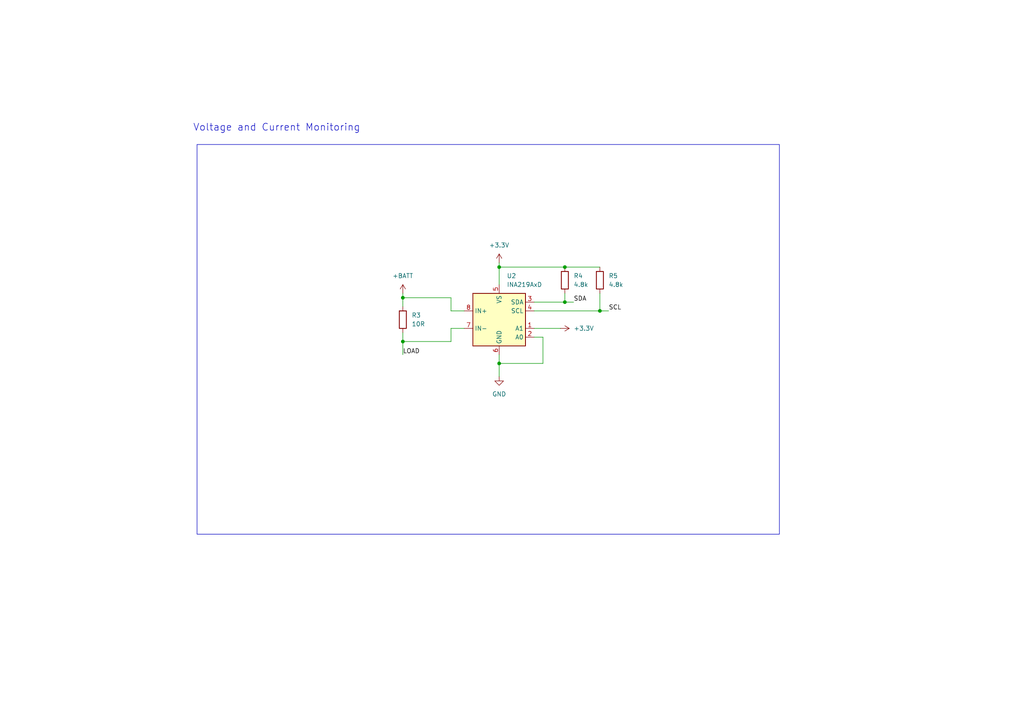
<source format=kicad_sch>
(kicad_sch (version 20231120) (generator "eeschema") (generator_version "8.0")
  (paper "A4")
  (title_block (title "Power Module") (date "2025-03-23") (rev "1") (company "University Of Cape Town") (comment 4 "Author: Khanzi Olwethu[KHNOLW003], Athenkosi Khonzani[KHNATH002]"))
  (lib_symbols
    (symbol "Device:R" (pin_numbers hide) (pin_names (offset 0))
      (property "Reference" "R" (at 2.032 0 90))
      (property "Value" "R" (at 0 0 90))
      (symbol "R_0_1"
        (rectangle (start -1.016 -2.54) (end 1.016 2.54) (stroke (width 0.254)))
      )
      (symbol "R_1_1"
        (pin passive line (at 0 3.81 270) (length 1.27) (name "~") (number "1"))
        (pin passive line (at 0 -3.81 90) (length 1.27) (name "~") (number "2"))
      )
    )
    (symbol "Sensor_Energy:INA219AxD"
      (property "Reference" "U" (at -6.35 8.89 0))
      (property "Value" "INA219AxD" (at 5.08 8.89 0))
      (symbol "INA219AxD_0_1"
        (rectangle (start -7.62 7.62) (end 7.62 -7.62) (stroke (width 0.254)) (fill (type background)))
      )
      (symbol "INA219AxD_1_1"
        (pin input line (at 10.16 -2.54 180) (length 2.54) (name "A1") (number "1"))
        (pin input line (at 10.16 -5.08 180) (length 2.54) (name "A0") (number "2"))
        (pin bidirectional line (at 10.16 5.08 180) (length 2.54) (name "SDA") (number "3"))
        (pin input line (at 10.16 2.54 180) (length 2.54) (name "SCL") (number "4"))
        (pin power_in line (at 0 10.16 270) (length 2.54) (name "VS") (number "5"))
        (pin power_in line (at 0 -10.16 90) (length 2.54) (name "GND") (number "6"))
        (pin input line (at -10.16 -2.54 0) (length 2.54) (name "IN-") (number "7"))
        (pin input line (at -10.16 2.54 0) (length 2.54) (name "IN+") (number "8"))
      )
    )
    (symbol "power:+3.3V" (power) (pin_numbers hide) (pin_names (offset 0) hide)
      (property "Value" "+3.3V" (at 0 3.556 0))
      (symbol "+3.3V_0_1"
        (polyline (pts (xy -0.762 1.27) (xy 0 2.54)))
        (polyline (pts (xy 0 0) (xy 0 2.54)))
        (polyline (pts (xy 0 2.54) (xy 0.762 1.27)))
      )
      (symbol "+3.3V_1_1"
        (pin power_in line (at 0 0 90) (length 0) (name "~") (number "1"))
      )
    )
    (symbol "power:+BATT" (power) (pin_numbers hide) (pin_names (offset 0) hide)
      (property "Value" "+BATT" (at 0 3.556 0))
      (symbol "+BATT_0_1"
        (polyline (pts (xy -0.762 1.27) (xy 0 2.54)))
        (polyline (pts (xy 0 0) (xy 0 2.54)))
        (polyline (pts (xy 0 2.54) (xy 0.762 1.27)))
      )
      (symbol "+BATT_1_1"
        (pin power_in line (at 0 0 90) (length 0) (name "~") (number "1"))
      )
    )
    (symbol "power:GND" (power) (pin_numbers hide) (pin_names (offset 0) hide)
      (property "Value" "GND" (at 0 -3.81 0))
      (symbol "GND_0_1"
        (polyline (pts (xy 0 0) (xy 0 -1.27) (xy 1.27 -1.27) (xy 0 -2.54) (xy -1.27 -1.27) (xy 0 -1.27)))
      )
      (symbol "GND_1_1"
        (pin power_in line (at 0 0 270) (length 0) (name "~") (number "1"))
      )
    )
  )
  (junction (at 163.83 87.63))
  (junction (at 116.84 99.06))
  (junction (at 144.78 105.41))
  (junction (at 173.99 90.17))
  (junction (at 144.78 77.47))
  (junction (at 116.84 86.36))
  (junction (at 163.83 77.47))
  (wire (pts (xy 116.84 99.06) (xy 130.81 99.06)))
  (wire (pts (xy 116.84 85.09) (xy 116.84 86.36)))
  (wire (pts (xy 134.62 90.17) (xy 130.81 90.17)))
  (wire (pts (xy 144.78 102.87) (xy 144.78 105.41)))
  (wire (pts (xy 144.78 105.41) (xy 144.78 109.22)))
  (wire (pts (xy 130.81 86.36) (xy 116.84 86.36)))
  (wire (pts (xy 130.81 95.25) (xy 130.81 99.06)))
  (wire (pts (xy 154.94 95.25) (xy 162.56 95.25)))
  (wire (pts (xy 154.94 90.17) (xy 173.99 90.17)))
  (wire (pts (xy 173.99 90.17) (xy 176.53 90.17)))
  (wire (pts (xy 116.84 99.06) (xy 116.84 102.87)))
  (wire (pts (xy 130.81 90.17) (xy 130.81 86.36)))
  (wire (pts (xy 116.84 86.36) (xy 116.84 88.9)))
  (wire (pts (xy 154.94 97.79) (xy 157.48 97.79)))
  (wire (pts (xy 173.99 85.09) (xy 173.99 90.17)))
  (wire (pts (xy 144.78 77.47) (xy 163.83 77.47)))
  (wire (pts (xy 116.84 96.52) (xy 116.84 99.06)))
  (wire (pts (xy 163.83 87.63) (xy 166.37 87.63)))
  (wire (pts (xy 163.83 87.63) (xy 154.94 87.63)))
  (wire (pts (xy 163.83 85.09) (xy 163.83 87.63)))
  (wire (pts (xy 144.78 105.41) (xy 157.48 105.41)))
  (wire (pts (xy 144.78 76.2) (xy 144.78 77.47)))
  (wire (pts (xy 163.83 77.47) (xy 173.99 77.47)))
  (wire (pts (xy 134.62 95.25) (xy 130.81 95.25)))
  (wire (pts (xy 157.48 97.79) (xy 157.48 105.41)))
  (wire (pts (xy 144.78 77.47) (xy 144.78 82.55)))
  (rectangle (start 57.15 41.91) (end 226.06 154.94))
  (text "Voltage and Current Monitoring" (at 80.264 37.084 0) (effects (font (size 2.032 2.032))))
  (label "LOAD" (at 116.84 102.87 0))
  (label "SCL" (at 176.53 90.17 0))
  (label "SDA" (at 166.37 87.63 0))
  (symbol (lib_id "power:+BATT") (at 116.84 85.09 0) (unit 1)
    (property "Reference" "#PWR010" (effects (hide yes)))
    (property "Value" "+BATT" (at 116.84 80.01 0))
    (property "Description" "Power symbol creates a global label with name \"+BATT\"" (effects (hide yes)))
  )
  (symbol (lib_id "Device:R") (at 116.84 92.71 0) (unit 1)
    (property "Reference" "R3" (at 119.38 91.4399 0) (effects (justify left)))
    (property "Value" "10R" (at 119.38 93.9799 0) (effects (justify left)))
    (property "Description" "Resistor" (effects (hide yes)))
  )
  (symbol (lib_id "power:+3.3V") (at 144.78 76.2 0) (unit 1)
    (property "Reference" "#PWR09" (effects (hide yes)))
    (property "Value" "+3.3V" (at 144.78 71.12 0))
    (property "Description" "Power symbol creates a global label with name \"+3.3V\"" (effects (hide yes)))
  )
  (symbol (lib_id "power:+3.3V") (at 162.56 95.25 270) (unit 1)
    (property "Reference" "#PWR012" (effects (hide yes)))
    (property "Value" "+3.3V" (at 166.37 95.2499 90) (effects (justify left)))
    (property "Description" "Power symbol creates a global label with name \"+3.3V\"" (effects (hide yes)))
  )
  (symbol (lib_id "power:GND") (at 144.78 109.22 0) (unit 1)
    (property "Reference" "#PWR011" (effects (hide yes)))
    (property "Value" "GND" (at 144.78 114.3 0))
    (property "Description" "Power symbol creates a global label with name \"GND\" , ground" (effects (hide yes)))
  )
  (symbol (lib_id "Device:R") (at 163.83 81.28 0) (unit 1)
    (property "Reference" "R4" (at 166.37 80.0099 0) (effects (justify left)))
    (property "Value" "4.8k" (at 166.37 82.5499 0) (effects (justify left)))
    (property "Description" "Resistor" (effects (hide yes)))
  )
  (symbol (lib_id "Sensor_Energy:INA219AxD") (at 144.78 92.71 0) (unit 1)
    (property "Reference" "U2" (at 146.9741 80.01 0) (effects (justify left)))
    (property "Value" "INA219AxD" (at 146.9741 82.55 0) (effects (justify left)))
    (property "Footprint" "Package_SO:SOIC-8_3.9x4.9mm_P1.27mm" (effects (hide yes)))
    (property "Datasheet" "http://www.ti.com/lit/ds/symlink/ina219.pdf" (effects (hide yes)))
    (property "Description" "Zero-Drift, Bidirectional Current/Power Monitor (0-26V) With I2C Interface, SOIC-8" (effects (hide yes)))
  )
  (symbol (lib_id "Device:R") (at 173.99 81.28 0) (unit 1)
    (property "Reference" "R5" (at 176.53 80.0099 0) (effects (justify left)))
    (property "Value" "4.8k" (at 176.53 82.5499 0) (effects (justify left)))
    (property "Description" "Resistor" (effects (hide yes)))
  )
)
</source>
